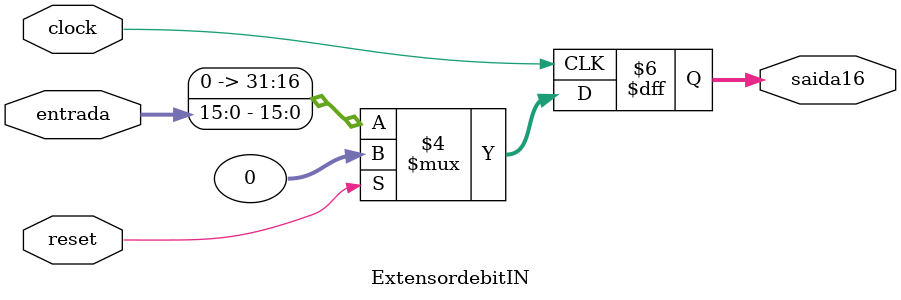
<source format=v>
module ExtensordebitIN(entrada,saida16,reset,clock);

input [15:0] entrada;
input reset,clock;
output reg [31:0] saida16;

always @(posedge clock)
begin
		if(reset==1)
		saida16= 32'b0;
		else
		saida16 = {{16{1'b0}}, entrada};
end

endmodule
</source>
